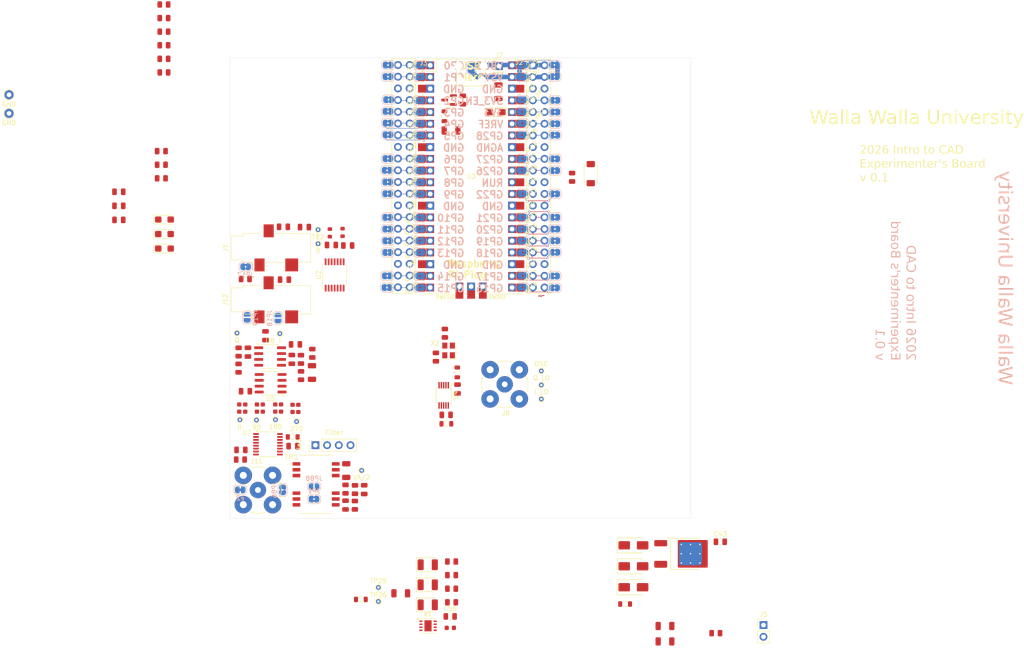
<source format=kicad_pcb>
(kicad_pcb (version 20241229) (generator "pcbnew") (generator_version "9.0")
  (layers (0 "F.Cu" signal) (4 "In1.Cu" signal) (6 "In2.Cu" signal) (2 "B.Cu" signal) (13 "F.Paste" user) (15 "B.Paste" user) (5 "F.SilkS" user "F.Silkscreen") (7 "B.SilkS" user "B.Silkscreen") (1 "F.Mask" user) (3 "B.Mask" user) (25 "Edge.Cuts" user))
  (net 0 "")
  (net 1 "GND")
  (net 2 "+3.3V")
  (net 3 "Net-(JP18-A)")
  (net 4 "Net-(C3-Pad2)")
  (net 5 "Net-(C4-Pad2)")
  (net 6 "Net-(JP86-A)")
  (net 7 "VDDA")
  (net 8 "Net-(U2-VINL)")
  (net 9 "Net-(U2-VINR)")
  (net 10 "/WS")
  (net 11 "Net-(J11-In)")
  (net 12 "Net-(JP86-B)")
  (net 13 "+4.7V")
  (net 14 "Net-(U7-1B2)")
  (net 15 "Net-(U7-1B1)")
  (net 16 "Net-(U8A--)")
  (net 17 "/I")
  (net 18 "/Q")
  (net 19 "Net-(U8B--)")
  (net 20 "Net-(Q1-D)")
  (net 21 "Net-(JP19-B)")
  (net 22 "Net-(C35-Pad1)")
  (net 23 "Net-(e1-SENSE{slash}ADJ)")
  (net 24 "Net-(Q1-G)")
  (net 25 "Net-(C42-Pad1)")
  (net 26 "Net-(U6-VOUT)")
  (net 27 "Net-(D1-Pad2)")
  (net 28 "Net-(J7-Pin_1)")
  (net 29 "Net-(J5-Pin_2)")
  (net 30 "+4.7")
  (net 31 "Net-(FB5-Pad1)")
  (net 32 "Net-(e1-EN)")
  (net 33 "Net-(J2-Pin_35)")
  (net 34 "Net-(J2-Pin_34)")
  (net 35 "Net-(JP36-B)")
  (net 36 "Net-(JP37-B)")
  (net 37 "Net-(JP38-B)")
  (net 38 "/Si5351a/CLK2")
  (net 39 "/Q_CLK")
  (net 40 "/I_CLK")
  (net 41 "Net-(J11-Ext)")
  (net 42 "Net-(JP17-B)")
  (net 43 "Net-(JP88-B)")
  (net 44 "/BCK")
  (net 45 "/DATA")
  (net 46 "Net-(JP39-B)")
  (net 47 "/SDA")
  (net 48 "/SCL")
  (net 49 "Net-(JP40-B)")
  (net 50 "Net-(JP41-B)")
  (net 51 "Net-(JP42-B)")
  (net 52 "/Raspberry_Pi_Pico/3V3_EN")
  (net 53 "/Raspberry_Pi_Pico/RST")
  (net 60 "Net-(U2-VREF)")
  (net 61 "/Raspberry_Pi_Pico/ADC_VREF")
  (net 62 "/Raspberry_Pi_Pico/GPIO28_ADC2")
  (net 63 "/Raspberry_Pi_Pico/GPIO27_ADC1")
  (net 64 "/Raspberry_Pi_Pico/GPIO26_ADC0")
  (net 65 "/Raspberry_Pi_Pico/GPIO22")
  (net 66 "/Raspberry_Pi_Pico/GPIO21")
  (net 67 "/Raspberry_Pi_Pico/GPIO20")
  (net 68 "/Raspberry_Pi_Pico/GPIO19")
  (net 69 "/Raspberry_Pi_Pico/GPIO18")
  (net 70 "/Raspberry_Pi_Pico/GPIO17")
  (net 71 "Net-(U4-VDD)")
  (net 72 "/Raspberry_Pi_Pico/GPIO7")
  (net 73 "/Raspberry_Pi_Pico/GPIO8")
  (net 74 "/Raspberry_Pi_Pico/GPIO12")
  (net 75 "/Raspberry_Pi_Pico/GPIO13")
  (net 76 "Net-(C18-Pad2)")
  (net 77 "Net-(TR1-C_RX)")
  (net 78 "Net-(C21-Pad2)")
  (net 79 "Net-(U5A-+)")
  (net 80 "Net-(U7-VCC)")
  (net 81 "Net-(U5B-+)")
  (net 82 "Net-(C33-Pad1)")
  (net 83 "Net-(C34-Pad1)")
  (net 84 "Net-(U4-VDDO)")
  (net 85 "Net-(JP43-B)")
  (net 86 "Net-(JP44-B)")
  (net 87 "Net-(J2-Pin_15)")
  (net 88 "Net-(JP45-B)")
  (net 89 "Net-(J2-Pin_11)")
  (net 90 "Net-(JP46-B)")
  (net 91 "Net-(J2-Pin_19)")
  (net 92 "Net-(J2-Pin_1)")
  (net 93 "Net-(J2-Pin_16)")
  (net 94 "Net-(J2-Pin_12)")
  (net 95 "Net-(J2-Pin_10)")
  (net 96 "Net-(J2-Pin_2)")
  (net 97 "Net-(J2-Pin_17)")
  (net 98 "Net-(JP47-B)")
  (net 99 "Net-(J2-Pin_20)")
  (net 100 "Net-(J2-Pin_14)")
  (net 101 "Net-(JP1-B)")
  (net 102 "Net-(JP48-B)")
  (net 103 "Net-(JP49-B)")
  (net 104 "Net-(J3-Pin_37)")
  (net 105 "Net-(J3-Pin_36)")
  (net 106 "Net-(J3-Pin_35)")
  (net 107 "Net-(J3-Pin_34)")
  (net 108 "Net-(J3-Pin_32)")
  (net 109 "Net-(JP51-A)")
  (net 110 "Net-(JP52-A)")
  (net 111 "Net-(JP53-A)")
  (net 112 "Net-(JP54-A)")
  (net 113 "Net-(JP55-A)")
  (net 114 "Net-(JP56-A)")
  (net 115 "Net-(JP57-A)")
  (net 116 "Net-(JP58-A)")
  (net 117 "Net-(J3-Pin_1)")
  (net 118 "Net-(J3-Pin_2)")
  (net 119 "Net-(JP59-A)")
  (net 120 "Net-(JP60-A)")
  (net 121 "Net-(JP61-A)")
  (net 122 "Net-(JP62-A)")
  (net 123 "Net-(JP63-A)")
  (net 124 "Net-(JP64-A)")
  (net 125 "Net-(JP65-A)")
  (net 126 "Net-(JP66-A)")
  (net 127 "/Raspberry_Pi_Pico/GPIO4")
  (net 128 "/Raspberry_Pi_Pico/GPIO5")
  (net 129 "Net-(J3-Pin_10)")
  (net 130 "Net-(J3-Pin_12)")
  (net 131 "Net-(J3-Pin_14)")
  (net 132 "Net-(J3-Pin_15)")
  (net 133 "Net-(J3-Pin_16)")
  (net 134 "Net-(J3-Pin_17)")
  (net 135 "Net-(J3-Pin_19)")
  (net 136 "Net-(J3-Pin_20)")
  (net 137 "/FMT")
  (net 138 "Net-(X2-OUT)")
  (net 139 "Net-(J2-Pin_37)")
  (net 140 "Net-(J2-Pin_36)")
  (net 141 "Net-(J2-Pin_32)")
  (net 142 "/LO_CLK")
  (net 143 "/OSC_SDA")
  (net 144 "/OSC_SCL")
  (net 151 "/MD1")
  (net 152 "Net-(U5A--)")
  (net 153 "Net-(U5B--)")
  (net 154 "Net-(U2-LRCK)")
  (net 155 "Net-(U2-BCK)")
  (net 156 "Net-(U2-DOUT)")
  (net 157 "Net-(U2-SCKI)")
  (net 159 "Net-(TR1-RX+)")
  (net 160 "Net-(TR1-RX-)")
  (net 162 "/Raspberry_Pi_Pico/GPIO0")
  (net 163 "/Raspberry_Pi_Pico/GPIO1")
  (net 164 "/Raspberry_Pi_Pico/GPIO2")
  (net 165 "/Raspberry_Pi_Pico/GPIO3")
  (net 166 "/Raspberry_Pi_Pico/GPIO6")
  (net 167 "/Raspberry_Pi_Pico/GPIO9")
  (footprint "PCM_JLCPCB:R_0805" (layer "F.Cu") (at 128.07 124.71 90)
    (property "Reference" "R1" (hide yes))
    (property "Value" "10kΩ")
  )
  (footprint "PCM_JLCPCB:R_0805" (layer "F.Cu") (at 102.8 98.35 90)
    (property "Reference" "R9" (hide yes))
    (property "Value" "47Ω")
  )
  (footprint "PCM_JLCPCB:R_0805" (layer "F.Cu") (at 151.49 40.14 90)
    (property "Reference" "R28" (hide yes))
    (property "Value" "100kΩ")
  )
  (footprint "PCM_JLCPCB:C_0805" (layer "F.Cu") (at 112.76 79.13 180)
    (property "Reference" "C29" (hide yes))
    (property "Value" "1uF")
  )
  (footprint "PCM_JLCPCB:SW_TS-1088-AR02016" (layer "F.Cu") (at 179.27 56.125 90)
    (property "Reference" "S1" (hide yes))
    (property "Value" "Tactile Button, 160gf")
  )
  (footprint "PCM_JLCPCB:TO-252-2_L6.5-W6.1-P4.58-LS10.0-TL" (layer "F.Cu") (at 197.935 138.65)
    (property "Reference" "U6" (hide yes))
    (property "Value" "L78M05ABDT-TR")
  )
  (footprint "PCM_JLCPCB:R_0805" (layer "F.Cu") (at 149.05 146.24)
    (property "Reference" "R7" (hide yes))
    (property "Value" "1Ω")
  )
  (footprint "PCM_JLCPCB:C_0603" (layer "F.Cu") (at 112.03 107.015 90)
    (property "Reference" "C22" (hide yes))
    (property "Value" "330pF")
  )
  (footprint "TestPoint:TestPoint_THTPad_D1.0mm_Drill0.5mm" (layer "F.Cu") (at 120.06 68.29)
    (property "Reference" "TP1")
    (property "Value" "L")
  )
  (footprint "Connector_Coaxial:BNC_TEConnectivity_1478204_Vertical" (layer "F.Cu") (at 107.005 124.815)
    (property "Reference" "J11")
    (property "Value" "SDR ANT")
  )
  (footprint "TestPoint:TestPoint_THTPad_D2.0mm_Drill1.0mm" (layer "F.Cu") (at 52.96 39)
    (property "Reference" "TP10")
    (property "Value" "GND")
  )
  (footprint "PCM_JLCPCB:R_0805" (layer "F.Cu") (at 86.03 51.24)
    (property "Reference" "R16" (hide yes))
    (property "Value" "33Ω")
  )
  (footprint "PCM_JLCPCB:R_0805" (layer "F.Cu") (at 145.64 95.95 90)
    (property "Reference" "R22" (hide yes))
    (property "Value" "33Ω")
  )
  (footprint "PCM_JLCPCB:C_1206" (layer "F.Cu") (at 195.38 157.69)
    (property "Reference" "C42" (hide yes))
    (property "Value" "10uF")
  )
  (footprint "TestPoint:TestPoint_THTPad_D1.0mm_Drill0.5mm" (layer "F.Cu") (at 103.1 109.56)
    (property "Reference" "TP14")
    (property "Value" "0")
  )
  (footprint "Connector_PinHeader_2.54mm:PinHeader_1x04_P2.54mm_Vertical" (layer "F.Cu") (at 119.48 115.08 90)
    (property "Reference" "Je3")
    (property "Value" "Filter")
  )
  (footprint "PCM_JLCPCB:C_0805" (layer "F.Cu") (at 150.34 102.88 90)
    (property "Reference" "C15" (hide yes))
    (property "Value" "100nF")
  )
  (footprint "PCM_JLCPCB:C_0805" (layer "F.Cu") (at 147.87 108.5 180)
    (property "Reference" "C38" (hide yes))
    (property "Value" "100nF")
  )
  (footprint "PCM_JLCPCB:C_0603" (layer "F.Cu") (at 104.25 107.025 90)
    (property "Reference" "C16" (hide yes))
    (property "Value" "330pF")
  )
  (footprint "PCM_JLCPCB:C_0603" (layer "F.Cu") (at 110.77 107.015 90)
    (property "Reference" "C26" (hide yes))
    (property "Value" "330pF")
  )
  (footprint "Connector_PinHeader_2.54mm:PinHeader_1x02_P2.54mm_Vertical" (layer "F.Cu") (at 216.765 154.145)
    (property "Reference" "J5")
    (property "Value" "Conn_01x02")
  )
  (footprint "PCM_JLCPCB:R_0805" (layer "F.Cu") (at 147.59 90.77 90)
    (property "Reference" "R19" (hide yes))
    (property "Value" "33Ω")
  )
  (footprint "PCM_JLCPCB:R_0805" (layer "F.Cu") (at 116.34 96.45 90)
    (property "Reference" "R12" (hide yes))
    (property "Value" "10kΩ")
  )
  (footprint "PCM_JLCPCB:C_0805" (layer "F.Cu") (at 126.02 128.08 90)
    (property "Reference" "C20" (hide yes))
    (property "Value" "100nF")
  )
  (footprint "TestPoint:TestPoint_THTPad_D1.0mm_Drill0.5mm" (layer "F.Cu") (at 133.15 145.97)
    (property "Reference" "TP25")
    (property "Value" "+5")
  )
  (footprint "PCM_JLCPCB:R_0805" (layer "F.Cu") (at 104.26 79.01 180)
    (property "Reference" "R14" (hide yes))
    (property "Value" "100Ω")
  )
  (footprint "PCM_JLCPCB:C_1206" (layer "F.Cu") (at 126.18 120.59 90)
    (property "Reference" "C34" (hide yes))
    (property "Value" "10uF")
  )
  (footprint "TestPoint:TestPoint_THTPad_D2.0mm_Drill1.0mm" (layer "F.Cu") (at 52.96 43.05)
    (property "Reference" "TP12")
    (property "Value" "GND")
  )
  (footprint "PCM_JLCPCB:D_SMA" (layer "F.Cu") (at 188.53 136.82)
    (property "Reference" "D1" (hide yes))
    (property "Value" "SS14")
  )
  (footprint "Package_SO:SSOP-16_3.9x4.9mm_P0.635mm" (layer "F.Cu") (at 109.18 114.8825)
    (property "Reference" "U7")
    (property "Value" "SN74CBT3253")
  )
  (footprint "PCM_JLCPCB:R_0805" (layer "F.Cu") (at 103.2 118.2 180)
    (property "Reference" "R30" (hide yes))
    (property "Value" "100Ω")
  )
  (footprint "PCM_JLCPCB:C_1206" (layer "F.Cu") (at 148.92 46.76)
    (property "Reference" "C5" (hide yes))
    (property "Value" "10uF")
  )
  (footprint "Capacitor_SMD:C_0805_2012Metric" (layer "F.Cu") (at 207.39 136.05)
    (property "Reference" "C43")
    (property "Value" "0.1u")
  )
  (footprint "Intro_to_CAD:PinSocket_2x20_P2.54mm_Vertical_Counterclockwise_pins21-40" (layer "F.Cu") (at 140.78 32.54)
    (property "Reference" "J3")
    (property "Value" "Conn_02x20_Counter_Clockwise")
  )
  (footprint "PCM_JLCPCB:R_0805" (layer "F.Cu") (at 126.02 124.62 90)
    (property "Reference" "R10" (hide yes))
    (property "Value" "1Ω")
  )
  (footprint "PCM_JLCPCB:C_0805" (layer "F.Cu") (at 103.31 116.1)
    (property "Reference" "C1" (hide yes))
    (property "Value" "100nF")
  )
  (footprint "PCM_JLCPCB:C_0805" (layer "F.Cu") (at 76.81 63.11)
    (property "Reference" "C11" (hide yes))
    (property "Value" "100nF")
  )
  (footprint "PCM_JLCPCB:D_SMA" (layer "F.Cu") (at 188.53 145.92)
    (property "Reference" "D3" (hide yes))
    (property "Value" "SS14")
  )
  (footprint "PCM_JLCPCB:C_0603" (layer "F.Cu") (at 106.79 107.025 90)
    (property "Reference" "C19" (hide yes))
    (property "Value" "330pF")
  )
  (footprint "TestPoint:TestPoint_THTPad_D1.0mm_Drill0.5mm" (layer "F.Cu") (at 102.46 90.74)
    (property "Reference" "TP18")
    (property "Value" "Q")
  )
  (footprint "PCM_JLCPCB:R_0805" (layer "F.Cu") (at 206.42 155.89)
    (property "Reference" "R21" (hide yes))
    (property "Value" "1Ω")
  )
  (footprint "PCM_JLCPCB:C_0603" (layer "F.Cu") (at 148.77 154.74)
    (property "Reference" "C40" (hide yes))
    (property "Value" "4.7pF")
  )
  (footprint "PCM_JLCPCB:C_0805" (layer "F.Cu") (at 114.36 96.45 90)
    (property "Reference" "C18" (hide yes))
    (property "Value" "100pF")
  )
  (footprint "PCM_JLCPCB:C_0805" (layer "F.Cu") (at 112.54 67.67 180)
    (property "Reference" "C4" (hide yes))
    (property "Value" "1uF")
  )
  (footprint "PCM_JLCPCB:C_CASE-B-3528-21(mm)" (layer "F.Cu") (at 143.87 149.74)
    (property "Reference" "C37" (hide yes))
    (property "Value" "100uF")
  )
  (footprint "PCM_JLCPCB:C_0603" (layer "F.Cu") (at 114.52 107.085 90)
    (property "Reference" "C27" (hide yes))
    (property "Value" "330pF")
  )
  (footprint "PCM_JLCPCB:C_1206" (layer "F.Cu") (at 138.01 147.24)
    (property "Reference" "C35" (hide yes))
    (property "Value" "10uF")
  )
  (footprint "PCM_JLCPCB:R_0805" (layer "F.Cu") (at 86.6 25.3)
    (property "Reference" "R24" (hide yes))
    (property "Value" "100Ω")
  )
  (footprint "PCM_JLCPCB:C_0805" (layer "F.Cu") (at 114.61 115.28 180)
    (property "Reference" "C23" (hide yes))
    (property "Value" "100nF")
  )
  (footprint "PCM_JLCPCB:Q_SOT-23" (layer "F.Cu") (at 148.5 40.14 180)
    (property "Reference" "Q1" (hide yes))
    (property "Value" "AO3401A")
  )
  (footprint "PCM_JLCPCB:R_0805" (layer "F.Cu") (at 86.03 54.19)
    (property "Reference" "R17" (hide yes))
    (property "Value" "33Ω")
  )
  (footprint "PCM_JLCPCB:R_0805" (layer "F.Cu") (at 149.05 149.19)
    (property "Reference" "R20" (hide yes))
    (property "Value" "1Ω")
  )
  (footprint "PCM_JLCPCB:R_0805" (layer "F.Cu") (at 86.6 28.25)
    (property "Reference" "R25" (hide yes))
    (property "Value" "100Ω")
  )
  (footprint "PCM_JLCPCB:C_CASE-B-3528-21(mm)" (layer "F.Cu") (at 143.87 145.39)
    (property "Reference" "C36" (hide yes))
    (property "Value" "100uF")
  )
  (footprint "PCM_JLCPCB:C_0805" (layer "F.Cu") (at 108.64 91.32 90)
    (property "Reference" "C21" (hide yes))
    (property "Value" "1uF")
  )
  (footprint "Package_SO:MSOP-10_3x3mm_P0.5mm" (layer "F.Cu") (at 147.33 104.26 -90)
    (property "Reference" "U4")
    (property "Value" "MS5351M")
  )
  (footprint "PCM_JLCPCB:C_0805" (layer "F.Cu") (at 122.95 71.62)
    (property "Reference" "C7" (hide yes))
    (property "Value" "2.2nF")
  )
  (footprint "PCM_JLCPCB:R_0805" (layer "F.Cu") (at 86.6 31.2)
    (property "Reference" "R26" (hide yes))
    (property "Value" "100Ω")
  )
  (footprint "TestPoint:TestPoint_THTPad_D1.0mm_Drill0.5mm" (layer "F.Cu") (at 120.06 71.34)
    (property "Reference" "TP2")
    (property "Value" "R")
  )
  (footprint "PCM_JLCPCB:R_0805" (layer "F.Cu") (at 86.6 22.35)
    (property "Reference" "R23" (hide yes))
    (property "Value" "4.7kΩ")
  )
  (footprint "PCM_JLCPCB:C_1206" (layer "F.Cu") (at 195.38 154.34)
    (property "Reference" "C41" (hide yes))
    (property "Value" "10uF")
  )
  (footprint "PCM_JLCPCB:C_1206" (layer "F.Cu") (at 118.74 99.3 -90)
    (property "Reference" "C33" (hide yes))
    (property "Value" "10uF")
  )
  (footprint "MCU_RaspberryPi_and_Boards:RPi_Pico_SMD_TH" (layer "F.Cu") (at 153.29 56.73)
    (property "Reference" "U3")
    (property "Value" "Pico")
  )
  (footprint "PCM_JLCPCB:C_CASE-B-3528-21(mm)" (layer "F.Cu") (at 143.87 141.04)
    (property "Reference" "C17" (hide yes))
    (property "Value" "100uF")
  )
  (footprint "PCM_JLCPCB:R_0805" (layer "F.Cu") (at 116.36 99.96 90)
    (property "Reference" "R8" (hide yes))
    (property "Value" "47Ω")
  )
  (footprint "PCM_JLCPCB:C_0805" (layer "F.Cu") (at 115.15 93.2 180)
    (property "Reference" "C30" (hide yes))
    (property "Value" "100nF")
  )
  (footprint "PCM_JLCPCB:R_0603" (layer "F.Cu") (at 125.38 68.89 -90)
    (property "Reference" "R2" (hide yes))
    (property "Value" "430Ω")
  )
  (footprint "PCM_JLCPCB:C_CASE-A-3216-18(mm)" (layer "F.Cu") (at 86.71 69.24)
    (property "Reference" "C9" (hide yes))
    (property "Value" "10uF")
  )
  (footprint "TestPoint:TestPoint_THTPad_D1.0mm_Drill0.5mm" (layer "F.Cu") (at 106.69 109.625)
    (property "Reference" "TP16")
    (property "Value" "90")
  )
  (footprint "TestPoint:TestPoint_THTPad_D1.0mm_Drill0.5mm" (layer "F.Cu") (at 168.53 102.01 180)
    (property "Reference" "TP4")
    (property "Value" "Q LO")
  )
  (footprint "Package_SO:TSSOP-14_4.4x5mm_P0.65mm" (layer "F.Cu") (at 123.65 78.1225 90)
    (property "Reference" "U2")
    (property "Value" "PCM1808PWR")
  )
  (footprint "PCM_JLCPCB:R_0805" (layer "F.Cu") (at 86.6 19.4)
    (property "Reference" "R15" (hide yes))
    (property "Value" "4.7kΩ")
  )
  (footprint "TestPoint:TestPoint_THTPad_D1.0mm_Drill0.5mm" (layer "F.Cu") (at 129.52 120.56)
    (property "Reference" "TP11")
    (property "Value" "VA/2")
  )
  (footprint "PCM_JLCPCB:R_0805" (layer "F.Cu") (at 86.6 34.15)
    (property "Reference" "R27" (hide yes))
    (property "Value" "100Ω")
  )
  (footprint "PCM_JLCPCB:C_1206" (layer "F.Cu") (at 159.22 38.34 -90)
    (property "Reference" "C2" (hide yes))
    (property "Value" "10uF")
  )
  (footprint "PCM_JLCPCB:C_0805" (layer "F.Cu") (at 104.29 103.37)
    (property "Reference" "C31" (hide yes))
    (property "Value" "100nF")
  )
  (footprint "PCM_JLCPCB:FB_0805" (layer "F.Cu") (at 129.35 148.57)
    (property "Reference" "FB5" (hide yes))
    (property "Value" "~")
  )
  (footprint "TestPoint:TestPoint_THTPad_D1.0mm_Drill0.5mm" (layer "F.Cu") (at 168.53 105.06 180)
    (property "Reference" "TP3")
    (property "Value" "I LO")
  )
  (footprint "PCM_JLCPCB:R_0805" (layer "F.Cu") (at 149.05 143.29)
    (property "Reference" "R6" (hide yes))
    (property "Value" "12kΩ")
  )
  (footprint "PCM_JLCPCB:FB_0805" (layer "F.Cu") (at 150.28 99.28 90)
    (property "Reference" "FB4" (hide yes))
    (property "Value" "~")
  )
  (footprint "PCM_JLCPCB:C_CASE-A-3216-18(mm)" (layer "F.Cu") (at 86.71 72.39)
    (property "Reference" "C44" (hide yes))
    (property "Value" "10uF")
  )
  (footprint "PCM_JLCPCB:C_0603" (layer "F.Cu") (at 108.05 107.025 90)
    (property "Reference" "C25" (hide yes))
    (property "Value" "330pF")
  )
  (footprint "TestPoint:TestPoint_THTPad_D1.0mm_Drill0.5mm" (layer "F.Cu") (at 168.53 98.96 180)
    (property "Reference" "TP5")
    (property "Value" "OSC")
  )
  (footprint "PCM_JLCPCB:C_0603" (layer "F.Cu") (at 102.95 107.025 90)
    (property "Reference" "C14" (hide yes))
    (property "Value" "330pF")
  )
  (footprint "PCM_JLCPCB:R_0805" (layer "F.Cu") (at 149.05 140.34)
    (property "Reference" "R5" (hide yes))
    (property "Value" "33kΩ")
  )
  (footprint "Package_DFN_QFN:DFN-8-1EP_3x3mm_P0.65mm_EP1.55x2.4mm" (layer "F.Cu") (at 143.935 154.295)
    (property "Reference" "e1")
    (property "Value" "SGM2205-ADJXTDB8G/TR")
  )
  (footprint "PCM_JLCPCB:R_0805" (layer "F.Cu") (at 175.21 56.915 90)
    (property "Reference" "R29" (hide yes))
    (property "Value" "20kΩ")
  )
  (footprint "PCM_JLCPCB:R_0805" (layer "F.Cu") (at 86.03 57.14)
    (property "Reference" "R18" (hide yes))
    (property "Value" "33Ω")
  )
  (footprint "PCM_JLCPCB:C_0805" (layer "F.Cu") (at 130.08 124.73 -90)
    (property "Reference" "C32" (hide yes))
    (property "Value" "100nF")
  )
  (footprint "PCM_JLCPCB:C_0805" (layer "F.Cu") (at 126.5 71.73)
    (property "Reference" "C6" (hide yes))
    (property "Value" "2.2nF")
  )
  (footprint "PCM_JLCPCB:R_0805" (layer "F.Cu") (at 128.05 128.11 90)
    (property "Reference" "R4" (hide yes))
    (property "Value" "10kΩ")
  )
  (footprint "PCM_JLCPCB:FB_0805" (layer "F.Cu") (at 186.72 149.57)
    (property "Reference" "FB2" (hide yes))
    (property "Value" "~")
  )
  (footprint "Intro_to_CAD:XFMR_H1102NLT" (layer "F.Cu") (at 119.633 123.59)
    (property "Reference" "TR1")
    (property "Value" "H1102NLT")
  )
  (footprint "Capacitor_SMD:C_0805_2012Metric" (layer "F.Cu") (at 148.75 152.26)
    (property "Reference" "C55")
    (property "Value" "0.1u")
  )
  (footprint "Connector_PinHeader_2.54mm:PinHeader_1x01_P2.54mm_Vertical" (layer "F.Cu") (at 159.34 32.79)
    (property "Reference" "J7")
    (property "Value" "Conn_01x01_Pin")
  )
  (footprint "PCM_JLCPCB:R_0805" (layer "F.Cu") (at 102.81 94.85 90)
    (property "Reference" "R13" (hide yes))
    (property "Value" "10kΩ")
  )
  (footprint "TestPoint:TestPoint_THTPad_D1.0mm_Drill0.5mm" (layer "F.Cu") (at 111.76 90.86)
    (property "Reference" "TP17")
    (property "Value" "I")
  )
  (footprint "PCM_JLCPCB:FB_0805" (layer "F.Cu") (at 147.92 110.44 180)
    (property "Reference" "FB1" (hide yes))
    (property "Value" "~")
  )
  (footprint "Connector_Coaxial:BNC_TEConnectivity_1478204_Vertical" (layer "F.Cu") (at 160.585 101.865 180)
    (property "Reference" "J8")
    (property "Value" "BNC")
  )
  (footprint "PCM_JLCPCB:C_0805" (layer "F.Cu") (at 76.81 66.16)
    (property "Reference" "C13" (hide yes))
    (property "Value" "100nF")
  )
  (footprint "PCM_JLCPCB:R_0805" (layer "F.Cu") (at 118.81 95.13 -90)
    (property "Reference" "R11" (hide yes))
    (property "Value" "1Ω")
  )
  (footprint "Oscillator:Oscillator_SMD_Abracon_ASE-4Pin_3.2x2.5mm" (layer "F.Cu") (at 148.395 94.51 90)
    (property "Reference" "X2")
    (property "Value" "YC24.576MUBCE2O")
  )
  (footprint "PCM_JLCPCB:D_SMA" (layer "F.Cu") (at 188.53 141.37)
    (property "Reference" "D2" (hide yes))
    (property "Value" "SS14")
  )
  (footprint "TestPoint:TestPoint_THTPad_D1.0mm_Drill0.5mm" (layer "F.Cu") (at 115.4 109.95)
    (property "Reference" "TP7")
    (property "Value" "270")
  )
  (footprint "PCM_JLCPCB:C_0805" (layer "F.Cu") (at 117.1 67.73 180)
    (property "Reference" "C3" (hide yes))
    (property "Value" "1uF")
  )
  (footprint "PCM_JLCPCB:C_0603" (layer "F.Cu") (at 115.77 107.095 90)
    (property "Reference" "C24" (hide yes))
    (property "Value" "330pF")
  )
  (footprint "PCM_JLCPCB:C_CASE-A-3216-18(mm)" (layer "F.Cu") (at 158.73 42.78 180)
    (property "Reference" "C39" (hide yes))
    (property "Value" "10uF")
  )
  (footprint "TestPoint:TestPoint_THTPad_D1.0mm_Drill0.5mm" (layer "F.Cu") (at 110.82 109.535)
    (property "Reference" "TP6")
    (property "Value" "180")
  )
  (footprint "TestPoint:TestPoint_THTPad_D1.0mm_Drill0.5mm" (layer "F.Cu") (at 133.15 149.02)
    (property "Reference" "TP26")
    (property "Value" "VDDA")
  )
  (footprint "Intro_to_CAD:Jack_3.5mm_CUI_SJ-3523-SMT_Horizontal" (layer "F.Cu") (at 109.84 72.24 90)
    (property "Reference" "J1")
    (property "Value" "ADC IN")
  )
  (footprint "PCM_JLCPCB:C_CASE-A-3216-18(mm)" (layer "F.Cu") (at 86.71 66.09)
    (property "Reference" "C8" (hide yes))
    (property "Value" "10uF")
  )
  (footprint "PCM_JLCPCB:FB_0805" (layer "F.Cu") (at 147.47 43.66 -90)
    (property "Reference" "FB6" (hide yes))
    (property "Value" "~")
  )
  (footprint "Package_SO:SOIC-8_3.9x4.9mm_P1.27mm" (layer "F.Cu") (at 109.755 101.635 180)
    (property "Reference" "U5")
    (property "Value" "OPA1612AxD")
  )
  (footprint "PCM_JLCPCB:C_0805" (layer "F.Cu") (at 76.81 60.06)
    (property "Reference" "C10" (hide yes))
    (property "Value" "100nF")
  )
  (footprint "Package_SO:SOIC-8_3.9x4.9mm_P1.27mm" (layer "F.Cu") (at 109.645 95.825)
    (property "Reference" "U8")
    (property "Value" "OPA1612AxD")
  )
  (footprint "PCM_JLCPCB:R_0603" (layer "F.Cu") (at 122.61 68.98 -90)
    (property "Reference" "R3" (hide yes))
    (property "Value" "430Ω")
  )
  (footprint "Intro_to_CAD:PinSocket_2x20_P2.54mm_Vertical_pins1-20" (layer "F.Cu") (at 170.07 32.59)
    (property "Reference" "J2")
    (property "Value" "Conn_02x20_Counter_Clockwise")
  )
  (footprint "PCM_JLCPCB:C_0805" (layer "F.Cu") (at 104.83 94.88 90)
    (property "Reference" "C28" (hide yes))
    (property "Value" "100pF")
  )
  (footprint "PCM_JLCPCB:FB_0805" (layer "F.Cu") (at 114.55 113.29)
    (property "Reference" "FB3" (hide yes))
    (property "Value" "~")
  )
  (footprint "Intro_to_CAD:Jack_3.5mm_CUI_SJ-3523-SMT_Horizontal" (layer "F.Cu") (at 109.83 83.52 90)
    (property "Reference" "J12")
    (property "Value" "SDR Out")
  )
  (footprint "Jumper:SolderJumper-2_P1.3mm_Bridged2Bar_RoundedPad1.0x1.5mm" (layer "B.Cu") (at 164.47 68.16 180)
    (property "Reference" "JP45" (hide yes))
    (property "Value" "Jumper_2_Bridged")
  )
  (footprint "Jumper:SolderJumper-2_P1.3mm_Bridged2Bar_RoundedPad1.0x1.5mm" (layer "B.Cu") (at 171.41 78.36 180)
    (property "Reference" "JP33" (hide yes))
    (property "Value" "Jumper_2_Bridged")
  )
  (footprint "Jumper:SolderJumper-2_P1.3mm_Bridged2Bar_RoundedPad1.0x1.5mm" (layer "B.Cu") (at 142.14 47.79 180)
    (property "Reference" "JP56" (hide yes))
    (property "Value" "Jumper_2_Bridged")
  )
  (footprint "Jumper:SolderJumper-2_P1.3mm_Bridged2Bar_RoundedPad1.0x1.5mm" (layer "B.Cu") (at 135.17 65.62 180)
    (property "Reference" "JP78" (hide yes))
    (property "Value" "Jumper_2_Bridged")
  )
  (footprint "Jumper:SolderJumper-2_P1.3mm_Bridged2Bar_RoundedPad1.0x1.5mm" (layer "B.Cu") (at 119.18 126.79 180)
    (property "Reference" "JP1")
    (property "Value" "Jumper_2_Bridged")
  )
  (footprint "Jumper:SolderJumper-2_P1.3mm_Bridged2Bar_RoundedPad1.0x1.5mm" (layer "B.Cu") (at 142.16 55.46 180)
    (property "Reference" "JP58" (hide yes))
    (property "Value" "Jumper_2_Bridged")
  )
  (footprint "Jumper:SolderJumper-2_P1.3mm_Bridged2Bar_RoundedPad1.0x1.5mm" (layer "B.Cu") (at 135.17 60.48 180)
    (property "Reference" "JP77" (hide yes))
    (property "Value" "Jumper_2_Bridged")
  )
  (footprint "Jumper:SolderJumper-2_P1.3mm_Bridged2Bar_RoundedPad1.0x1.5mm" (layer "B.Cu") (at 135.21 52.86 180)
    (property "Reference" "JP74" (hide yes))
    (property "Value" "Jumper_2_Bridged")
  )
  (footprint "Jumper:SolderJumper-2_P1.3mm_Bridged2Bar_RoundedPad1.0x1.5mm" (layer "B.Cu") (at 171.46 47.785 180)
    (property "Reference" "JP25" (hide yes))
    (property "Value" "Jumper_2_Bridged")
  )
  (footprint "Jumper:SolderJumper-2_P1.3mm_Open_RoundedPad1.0x1.5mm" (layer "B.Cu") (at 153.28 33.19 -90)
    (property "Reference" "JP50" (hide yes))
    (property "Value" "USB Only" (hide yes))
  )
  (footprint "Jumper:SolderJumper-2_P1.3mm_Bridged2Bar_RoundedPad1.0x1.5mm" (layer "B.Cu") (at 142.16 80.86 180)
    (property "Reference" "JP66" (hide yes))
    (property "Value" "Jumper_2_Bridged")
  )
  (footprint "Jumper:SolderJumper-2_P1.3mm_Bridged2Bar_RoundedPad1.0x1.5mm" (layer "B.Cu") (at 135.17 68.16 180)
    (property "Reference" "JP79" (hide yes))
    (property "Value" "Jumper_2_Bridged")
  )
  (footprint "Jumper:SolderJumper-2_P1.3mm_Bridged2Bar_RoundedPad1.0x1.5mm" (layer "B.Cu") (at 112.36 124.78 -90)
    (property "Reference" "JP86")
    (property "Value" "Jumper_2_Bridged")
  )
  (footprint "Jumper:SolderJumper-2_P1.3mm_Bridged2Bar_RoundedPad1.0x1.5mm" (layer "B.Cu") (at 135.235 42.61 180)
    (property "Reference" "JP71" (hide yes))
    (property "Value" "Jumper_2_Bridged")
  )
  (footprint "Jumper:SolderJumper-2_P1.3mm_Bridged2Bar_RoundedPad1.0x1.5mm" (layer "B.Cu") (at 135.18 57.94 180)
    (property "Reference" "JP76" (hide yes))
    (property "Value" "Jumper_2_Bridged")
  )
  (footprint "Jumper:SolderJumper-2_P1.3mm_Bridged2Bar_RoundedPad1.0x1.5mm" (layer "B.Cu") (at 171.485 70.685 180)
    (property "Reference" "JP31" (hide yes))
    (property "Value" "Jumper_2_Bridged")
  )
  (footprint "Jumper:SolderJumper-2_P1.3mm_Bridged2Bar_RoundedPad1.0x1.5mm" (layer "B.Cu") (at 135.01 80.86 180)
    (property "Reference" "JP83" (hide yes))
    (property "Value" "Jumper_2_Bridged")
  )
  (footprint "Jumper:SolderJumper-2_P1.3mm_Bridged2Bar_RoundedPad1.0x1.5mm" (layer "B.Cu") (at 164.47 65.61 180)
    (property "Reference" "JP44" (hide yes))
    (property "Value" "Jumper_2_Bridged")
  )
  (footprint "Jumper:SolderJumper-2_P1.3mm_Bridged2Bar_RoundedPad1.0x1.5mm" (layer "B.Cu") (at 171.435 55.46 180)
    (property "Reference" "JP27" (hide yes))
    (property "Value" "Jumper_2_Bridged")
  )
  (footprint "Jumper:SolderJumper-2_P1.3mm_Bridged2Bar_RoundedPad1.0x1.5mm" (layer "B.Cu") (at 135.36 40.06 180)
    (property "Reference" "JP70" (hide yes))
    (property "Value" "Jumper_2_Bridged")
  )
  (footprint "Jumper:SolderJumper-2_P1.3mm_Bridged2Bar_RoundedPad1.0x1.5mm" (layer "B.Cu") (at 142.16 52.92 180)
    (property "Reference" "JP57" (hide yes))
    (property "Value" "Jumper_2_Bridged")
  )
  (footprint "Jumper:SolderJumper-2_P1.3mm_Open_RoundedPad1.0x1.5mm" (layer "B.Cu") (at 111.36 87.48 -90)
    (property "Reference" "JP18")
    (property "Value" "GND_LP_SND")
  )
  (footprint "Jumper:SolderJumper-2_P1.3mm_Bridged2Bar_RoundedPad1.0x1.5mm" (layer "B.Cu") (at 142.16 70.7 180)
    (property "Reference" "JP63" (hide yes))
    (property "Value" "Jumper_2_Bridged")
  )
  (footprint "Jumper:SolderJumper-2_P1.3mm_Bridged2Bar_RoundedPad1.0x1.5mm" (layer "B.Cu") (at 135.235 47.685 180)
    (property "Reference" "JP73" (hide yes))
    (property "Value" "Jumper_2_Bridged")
  )
  (footprint "Jumper:SolderJumper-2_P1.3mm_Bridged2Bar_RoundedPad1.0x1.5mm" (layer "B.Cu") (at 142.15 45.25 180)
    (property "Reference" "JP55" (hide yes))
    (property "Value" "Jumper_2_Bridged")
  )
  (footprint "Jumper:SolderJumper-2_P1.3mm_Bridged2Bar_RoundedPad1.0x1.5mm" (layer "B.Cu") (at 164.47 52.93 180)
    (property "Reference" "JP41" (hide yes))
    (property "Value" "Jumper_2_Bridged")
  )
  (footprint "Jumper:SolderJumper-2_P1.3mm_Bridged_RoundedPad1.0x1.5mm" (layer "B.Cu") (at 103.16 124.78)
    (property "Reference" "e2")
    (property "Value" "Groundloop_Insurance")
  )
  (footprint "Jumper:SolderJumper-2_P1.3mm_Bridged2Bar_RoundedPad1.0x1.5mm" (layer "B.Cu") (at 135.17 70.7 180)
    (property "Reference" "JP80" (hide yes))
    (property "Value" "Jumper_2_Bridged")
  )
  (footprint "Jumper:SolderJumper-2_P1.3mm_Bridged2Bar_RoundedPad1.0x1.5mm" (layer "B.Cu") (at 164.47 60.51 180)
    (property "Reference" "JP43" (hide yes))
    (property "Value" "Jumper_2_Bridged")
  )
  (footprint "Jumper:SolderJumper-2_P1.3mm_Bridged2Bar_RoundedPad1.0x1.5mm" (layer "B.Cu") (at 164.39 45.22 180)
    (property "Reference" "JP39" (hide yes))
    (property "Value" "Jumper_2_Bridged")
  )
  (footprint "Jumper:SolderJumper-2_P1.3mm_Bridged2Bar_RoundedPad1.0x1.5mm" (layer "B.Cu") (at 171.435 52.91 180)
    (property "Reference" "JP26" (hide yes))
    (property "Value" "Jumper_2_Bridged")
  )
  (footprint "Jumper:SolderJumper-2_P1.3mm_Bridged2Bar_RoundedPad1.0x1.5mm" (layer "B.Cu") (at 135.26 32.56 180)
    (property "Reference" "JP67" (hide yes))
    (property "Value" "Jumper_2_Bridged")
  )
  (footprint "Jumper:SolderJumper-2_P1.3mm_Bridged2Bar_RoundedPad1.0x1.5mm" (layer "B.Cu") (at 171.46 65.61 180)
    (property "Reference" "JP29" (hide yes))
    (property "Value" "Jumper_2_Bridged")
  )
  (footprint "Jumper:SolderJumper-2_P1.3mm_Bridged2Bar_RoundedPad1.0x1.5mm" (layer "B.Cu") (at 171.41 80.91 180)
    (property "Reference" "JP34" (hide yes))
    (property "Value" "Jumper_2_Bridged")
  )
  (footprint "Jumper:SolderJumper-2_P1.3mm_Bridged2Bar_RoundedPad1.0x1.5mm" (layer "B.Cu") (at 164.44 80.82 180)
    (property "Reference" "JP49" (hide yes))
    (property "Value" "Jumper_2_Bridged")
  )
  (footprint "Jumper:SolderJumper-2_P1.3mm_Bridged2Bar_RoundedPad1.0x1.5mm" (layer "B.Cu") (at 164.37 35.14 180)
    (property "Reference" "JP36" (hide yes))
    (property "Value" "Jumper_2_Bridged")
  )
  (footprint "Jumper:SolderJumper-2_P1.3mm_Bridged2Bar_RoundedPad1.0x1.5mm" (layer "B.Cu") (at 164.35 47.76 180)
    (property "Reference" "JP40" (hide yes))
    (property "Value" "Jumper_2_Bridged")
  )
  (footprint "Jumper:SolderJumper-2_P1.3mm_Bridged2Bar_RoundedPad1.0x1.5mm" (layer "B.Cu") (at 142.16 78.32 180)
    (property "Reference" "JP65" (hide yes))
    (property "Value" "Jumper_2_Bridged")
  )
  (footprint "Jumper:SolderJumper-2_P1.3mm_Bridged2Bar_RoundedPad1.0x1.5mm" (layer "B.Cu") (at 171.435 60.51 180)
    (property "Reference" "JP28" (hide yes))
    (property "Value" "Jumper_2_Bridged")
  )
  (footprint "Jumper:SolderJumper-2_P1.3mm_Bridged2Bar_RoundedPad1.0x1.5mm" (layer "B.Cu") (at 135.235 35.06 180)
    (property "Reference" "JP68" (hide yes))
    (property "Value" "Jumper_2_Bridged")
  )
  (footprint "Jumper:SolderJumper-2_P1.3mm_Bridged2Bar_RoundedPad1.0x1.5mm" (layer "B.Cu") (at 171.485 73.21 180)
    (property "Reference" "JP32" (hide yes))
    (property "Value" "Jumper_2_Bridged")
  )
  (footprint "Jumper:SolderJumper-2_P1.3mm_Bridged2Bar_RoundedPad1.0x1.5mm" (layer "B.Cu") (at 171.485 68.16 180)
    (property "Reference" "JP30" (hide yes))
    (property "Value" "Jumper_2_Bridged")
  )
  (footprint "Jumper:SolderJumper-2_P1.3mm_Bridged2Bar_RoundedPad1.0x1.5mm" (layer "B.Cu") (at 164.34 55.46 180)
    (property "Reference" "JP42" (hide yes))
    (property "Value" "Jumper_2_Bridged")
  )
  (footprint "Jumper:SolderJumper-2_P1.3mm_Bridged2Bar_RoundedPad1.0x1.5mm" (layer "B.Cu") (at 142.13 42.75 180)
    (property "Reference" "JP54" (hide yes))
    (property "Value" "Jumper_2_Bridged")
  )
  (footprint "Jumper:SolderJumper-2_P1.3mm_Bridged2Bar_RoundedPad1.0x1.5mm" (layer "B.Cu") (at 142.19 32.59 180)
    (property "Reference" "JP51" (hide yes))
    (property "Value" "Jumper_2_Bridged")
  )
  (footprint "Jumper:SolderJumper-2_P1.3mm_Bridged2Bar_RoundedPad1.0x1.5mm" (layer "B.Cu") (at 142.16 68.16 180)
    (property "Reference" "JP62" (hide yes))
    (property "Value" "Jumper_2_Bridged")
  )
  (footprint "Jumper:SolderJumper-2_P1.3mm_Bridged2Bar_RoundedPad1.0x1.5mm" (layer "B.Cu") (at 142.13 40.25 180)
    (property "Reference" "JP53" (hide yes))
    (property "Value" "Jumper_2_Bridged")
  )
  (footprint "Jumper:SolderJumper-2_P1.3mm_Bridged2Bar_RoundedPad1.0x1.5mm" (layer "B.Cu") (at 142.16 60.54 180)
    (property "Reference" "JP60" (hide yes))
    (property "Value" "Jumper_2_Bridged")
  )
  (footprint "Jumper:SolderJumper-2_P1.3mm_Bridged2Bar_RoundedPad1.0x1.5mm" (layer "B.Cu") (at 164.53 73.25 180)
    (property "Reference" "JP47" (hide yes))
    (property "Value" "Jumper_2_Bridged")
  )
  (footprint "Jumper:SolderJumper-2_P1.3mm_Bridged2Bar_RoundedPad1.0x1.5mm" (layer "B.Cu") (at 135.235 45.16 180)
    (property "Reference" "JP72" (hide yes))
    (property "Value" "Jumper_2_Bridged")
  )
  (footprint "Jumper:SolderJumper-2_P1.3mm_Bridged2Bar_RoundedPad1.0x1.5mm" (layer "B.Cu") (at 164.36 42.71 180)
    (property "Reference" "JP38" (hide yes))
    (property "Value" "Jumper_2_Bridged")
  )
  (footprint "Jumper:SolderJumper-2_P1.3mm_Bridged2Bar_RoundedPad1.0x1.5mm" (layer "B.Cu") (at 164.53 70.72 180)
    (property "Reference" "JP46" (hide yes))
    (property "Value" "Jumper_2_Bridged")
  )
  (footprint "Jumper:SolderJumper-2_P1.3mm_Bridged2Bar_RoundedPad1.0x1.5mm" (layer "B.Cu") (at 142.16 65.62 180)
    (property "Reference" "JP61" (hide yes))
    (property "Value" "Jumper_2_Bridged")
  )
  (footprint "Jumper:SolderJumper-2_P1.3mm_Bridged2Bar_RoundedPad1.0x1.5mm" (layer "B.Cu") (at 135.17 73.24 180)
    (property "Reference" "JP81" (hide yes))
    (property "Value" "Jumper_2_Bridged")
  )
  (footprint "Jumper:SolderJumper-2_P1.3mm_Bridged2Bar_RoundedPad1.0x1.5mm" (layer "B.Cu") (at 142.16 73.24 180)
    (property "Reference" "JP64" (hide yes))
    (property "Value" "Jumper_2_Bridged")
  )
  (footprint "Jumper:SolderJumper-2_P1.3mm_Bridged2Bar_RoundedPad1.0x1.5mm" (layer "B.Cu") (at 164.48 78.28 180)
    (property "Reference" "JP48" (hide yes))
    (property "Value" "Jumper_2_Bridged")
  )
  (footprint "Jumper:SolderJumper-2_P1.3mm_Bridged2Bar_RoundedPad1.0x1.5mm" (layer "B.Cu") (at 135.06 55.41 180)
    (property "Reference" "JP75" (hide yes))
    (property "Value" "Jumper_2_Bridged")
  )
  (footprint "Jumper:SolderJumper-2_P1.3mm_Bridged2Bar_RoundedPad1.0x1.5mm" (layer "B.Cu") (at 104.33 76.34)
    (property "Reference" "JP17")
    (property "Value" "Jumper_2_Bridged")
  )
  (footprint "Jumper:SolderJumper-2_P1.3mm_Bridged2Bar_RoundedPad1.0x1.5mm" (layer "B.Cu") (at 171.485 45.285 180)
    (property "Reference" "JP24" (hide yes))
    (property "Value" "Jumper_2_Bridged")
  )
  (footprint "Jumper:SolderJumper-2_P1.3mm_Bridged2Bar_RoundedPad1.0x1.5mm" (layer "B.Cu") (at 142.13 35.1 180)
    (property "Reference" "JP52" (hide yes))
    (property "Value" "Jumper_2_Bridged")
  )
  (footprint "Jumper:SolderJumper-2_P1.3mm_Bridged2Bar_RoundedPad1.0x1.5mm" (layer "B.Cu") (at 171.485 42.735 180)
    (property "Reference" "JP23" (hide yes))
    (property "Value" "Jumper_2_Bridged")
  )
  (footprint "Jumper:SolderJumper-2_P1.3mm_Bridged2Bar_RoundedPad1.0x1.5mm" (layer "B.Cu") (at 171.485 40.21 180)
    (property "Reference" "JP22" (hide yes))
    (property "Value" "Jumper_2_Bridged")
  )
  (footprint "Jumper:SolderJumper-2_P1.3mm_Bridged2Bar_RoundedPad1.0x1.5mm" (layer "B.Cu") (at 142.16 58 180)
    (property "Reference" "JP59" (hide yes))
    (property "Value" "Jumper_2_Bridged")
  )
  (footprint "Jumper:SolderJumper-2_P1.3mm_Bridged2Bar_RoundedPad1.0x1.5mm" (layer "B.Cu") (at 164.39 40.11 180)
    (property "Reference" "JP37" (hide yes))
    (property "Value" "Jumper_2_Bridged")
  )
  (footprint "Jumper:SolderJumper-2_P1.3mm_Bridged2Bar_RoundedPad1.0x1.5mm" (layer "B.Cu") (at 135.085 78.31 180)
    (property "Reference" "JP82" (hide yes))
    (property "Value" "Jumper_2_Bridged")
  )
  (footprint "Jumper:SolderJumper-2_P1.3mm_Bridged2Bar_RoundedPad1.0x1.5mm" (layer "B.Cu") (at 171.385 35.06 180)
    (property "Reference" "JP21" (hide yes))
    (property "Value" "Jumper_2_Bridged")
  )
  (footprint "Jumper:SolderJumper-2_P1.3mm_Bridged2Bar_RoundedPad1.0x1.5mm" (layer "B.Cu") (at 171.385 32.535 180)
    (property "Reference" "JP20" (hide yes))
    (property "Value" "Jumper_2_Bridged")
  )
  (footprint "Jumper:SolderJumper-2_P1.3mm_Bridged2Bar_RoundedPad1.0x1.5mm" (layer "B.Cu") (at 164.45 32.59 180)
    (property "Reference" "JP35" (hide yes))
    (property "Value" "Jumper_2_Bridged")
  )
  (footprint "Jumper:SolderJumper-2_P1.3mm_Open_RoundedPad1.0x1.5mm" (layer "B.Cu") (at 119.19 124.1 180)
    (property "Reference" "JP88")
    (property "Value" "GND_LP_SND")
  )
  (footprint "Jumper:SolderJumper-2_P1.3mm_Open_RoundedPad1.0x1.5mm" (layer "B.Cu") (at 104.67 87.33 90)
    (property "Reference" "JP19")
    (property "Value" "GND_LP_SND")
  )
  (gr_line (start 156.41 37.08) (end 156.43 31.14) (stroke (width 0.15)) (layer "F.SilkS"))
  (gr_line (start 150.12 31.18) (end 150.15 37.08) (stroke (width 0.15)) (layer "F.SilkS"))
  (gr_line (start 150.15 37.08) (end 156.41 37.08) (stroke (width 0.15)) (layer "F.SilkS"))
  (gr_rect (start 100.95 30.95) (end 200.95 130.95) (stroke (width 0.05)) (fill no) (layer "Edge.Cuts"))
  (gr_text "Raspberry\nPi Pico" (at 148.12 78.95 0) (layer "F.SilkS") (effects (font (size 1.5 1.5) (thickness 0.3) (bold yes)) (justify left bottom)))
  (gr_text "2026 Intro to CAD\nExperimenter's Board\nv 0.1" (at 237.63 58.14 0) (layer "F.SilkS") (effects (font (size 1.8 1.8) (thickness 0.2)) (justify left bottom)))
  (gr_text "Walla Walla University" (at 226.77 45.84 0) (layer "F.SilkS") (effects (font (size 3 3)) (justify left bottom)))
  (gr_text "USB\nHere" (at 150.69 36.03 0) (layer "F.SilkS") (effects (font (size 1.5 1.5) (thickness 0.3) (bold yes)) (justify left bottom)))
  (gr_text "VBUS\nVSYS\nGND\n3V3_EN\n3V3\nVREF\nGP28\nAGND\nGP27\nGP26\nRUN\nGP22\nGND\nGP21\nGP20\nGP19\nGP18\nGND\nGP17\nGP16" (at 160.44 81.97 0) (layer "B.SilkS") (effects (font (size 1.58 1.5) (thickness 0.3) (bold yes)) (justify left bottom mirror)))
  (gr_text "Walla Walla University" (at 267.3 102.05 270) (layer "B.SilkS") (effects (font (size 3 3)) (justify left bottom mirror)))
  (gr_text "GP0\nGP1\nGND\nGP2\nGP3\nGP4\nGP5\nGND\nGP6\nGP7\nGP8\nGP9\nGND\nGP10\nGP11\nGP12\nGP13\nGND\nGP14\nGP15" (at 151.99 81.96 0) (layer "B.SilkS") (effects (font (size 1.58 1.5) (thickness 0.3) (bold yes)) (justify left bottom mirror)))
  (gr_text "2026 Intro to CAD\nExperimenter's Board\nv 0.1" (at 240.76 96.74 270) (layer "B.SilkS") (effects (font (size 2 2) (thickness 0.2)) (justify left bottom mirror)))
  (segment (start 166.68 70.67) (end 169.22 70.67) (width 0.1) (layer "F.Cu") (net 0))
  (segment (start 168.056 82.584) (end 167.89 82.75) (width 0.1) (layer "F.Cu") (net 0))
  (segment (start 166.68 65.59) (end 169.22 65.59) (width 0.1) (layer "F.Cu") (net 0))
  (segment (start 168.816 82.584) (end 169.16 82.584) (width 0.1) (layer "F.Cu") (net 0))
  (segment (start 168.498 82.902) (end 168.816 82.584) (width 0.1) (layer "F.Cu") (net 0))
  (segment (start 166.68 73.21) (end 169.22 73.21) (width 0.1) (layer "F.Cu") (net 0))
  (segment (start 169.16 82.584) (end 168.056 82.584) (width 0.1) (layer "F.Cu") (net 0))
  (segment (start 166.68 55.43) (end 169.22 55.43) (width 0.1) (layer "F.Cu") (net 0))
  (segment (start 167.89 82.75) (end 168.346 82.75) (width 0.1) (layer "F.Cu") (net 0))
  (segment (start 168.346 82.75) (end 168.498 82.902) (width 0.1) (layer "F.Cu") (net 0))
  (segment (start 172.035 31.78) (end 171.775 31.52) (width 0.1) (layer "B.Cu") (net 0))
  (segment (start 172.035 32.535) (end 172.035 31.78) (width 0.1) (layer "B.Cu") (net 0))
  (segment (start 163.8 35.06) (end 163.72 35.14) (width 1) (layer "B.Cu") (net 0))
  (segment (start 164.32 31.52) (end 163.8 32.04) (width 0.1) (layer "B.Cu") (net 0))
  (segment (start 153.28 33.84) (end 154.58 35.14) (width 1) (layer "B.Cu") (net 0))
  (segment (start 163.72 35.14) (end 162.21 35.14) (width 0.1) (layer "B.Cu") (net 0))
  (segment (start 163.8 32.59) (end 163.8 35.06) (width 1) (layer "B.Cu") (net 0))
  (segment (start 171.775 31.52) (end 164.32 31.52) (width 0.1) (layer "B.Cu") (net 0))
  (segment (start 154.58 35.14) (end 163.72 35.14) (width 1) (layer "B.Cu") (net 0))
  (segment (start 172.035 35.06) (end 172.035 32.535) (width 1) (layer "B.Cu") (net 0))
  (segment (start 153.28 32.54) (end 162.15 32.54) (width 1) (layer "B.Cu") (net 28))
  (segment (start 135.885 45.16) (end 141.41 45.16) (width 0.1) (layer "B.Cu") (net 33))
  (segment (start 141.49 47.79) (end 135.99 47.79) (width 0.1) (layer "B.Cu") (net 34))
  (segment (start 163.74 40.11) (end 162.26 40.11) (width 0.1) (layer "B.Cu") (net 36))
  (segment (start 163.71 42.71) (end 162.2 42.71) (width 0.1) (layer "B.Cu") (net 37))
  (segment (start 163.74 45.22) (end 162.23 45.22) (width 0.1) (layer "B.Cu") (net 46))
  (segment (start 142.8 45.25) (end 144.385 45.25) (width 0.1) (layer "B.Cu") (net 47))
  (segment (start 142.67 46.3) (end 142.8 46.17) (width 0.1) (layer "B.Cu") (net 47))
  (segment (start 134.585 45.915) (end 134.97 46.3) (width 0.1) (layer "B.Cu") (net 47))
  (segment (start 134.585 45.16) (end 134.585 45.915) (width 0.1) (layer "B.Cu") (net 47))
  (segment (start 134.97 46.3) (end 142.67 46.3) (width 0.1) (layer "B.Cu") (net 47))
  (segment (start 142.8 46.17) (end 142.8 45.25) (width 0.1) (layer "B.Cu") (net 47))
  (segment (start 143.3 48.67) (end 143.08 48.89) (width 0.1) (layer "F.Cu") (net 48))
  (via (at 143.08 48.89) (size 0.45) (drill 0.3) (layers "F.Cu" "B.Cu") (net 48))
  (via (at 143.49 46.89) (size 0.45) (drill 0.3) (layers "F.Cu" "B.Cu") (net 48))
  (segment (start 142.232844 48.83) (end 142.79 48.272844) (width 0.1) (layer "B.Cu") (net 48))
  (segment (start 142.79 47.79) (end 144.385 47.79) (width 0.1) (layer "B.Cu") (net 48))
  (segment (start 143.08 48.89) (end 142.79 48.6) (width 0.1) (layer "B.Cu") (net 48))
  (segment (start 142.79 48.6) (end 142.79 47.79) (width 0.1) (layer "B.Cu") (net 48))
  (segment (start 143.49 47.09) (end 142.79 47.79) (width 0.1) (layer "B.Cu") (net 48))
  (segment (start 134.585 48.44) (end 134.975 48.83) (width 0.1) (layer "B.Cu") (net 48))
  (segment (start 143.49 46.89) (end 143.49 47.09) (width 0.1) (layer "B.Cu") (net 48))
  (segment (start 134.975 48.83) (end 142.232844 48.83) (width 0.1) (layer "B.Cu") (net 48))
  (segment (start 134.585 47.685) (end 134.585 48.44) (width 0.1) (layer "B.Cu") (net 48))
  (segment (start 163.7 47.76) (end 162.23 47.76) (width 0.1) (layer "B.Cu") (net 49))
  (segment (start 163.82 52.93) (end 162.22 52.93) (width 0.1) (layer "B.Cu") (net 50))
  (segment (start 163.69 55.46) (end 162.21 55.46) (width 0.1) (layer "B.Cu") (net 51))
  (segment (start 163.82 60.51) (end 162.18 60.51) (width 0.1) (layer "B.Cu") (net 85))
  (segment (start 163.82 65.61) (end 162.2 65.61) (width 0.1) (layer "B.Cu") (net 86))
  (segment (start 141.51 68.16) (end 135.82 68.16) (width 0.1) (layer "B.Cu") (net 87))
  (segment (start 163.82 68.16) (end 162.21 68.16) (width 0.1) (layer "B.Cu") (net 88))
  (segment (start 141.51 58) (end 135.89 58) (width 0.1) (layer "B.Cu") (net 89))
  (segment (start 163.88 70.72) (end 162.23 70.72) (width 0.1) (layer "B.Cu") (net 90))
  (segment (start 141.51 78.32) (end 135.745 78.32) (width 0.1) (layer "B.Cu") (net 91))
  (segment (start 141.54 32.59) (end 135.94 32.59) (width 0.1) (layer "B.Cu") (net 92))
  (segment (start 141.51 70.7) (end 135.82 70.7) (width 0.1) (layer "B.Cu") (net 93))
  (segment (start 141.51 60.54) (end 135.88 60.54) (width 0.1) (layer "B.Cu") (net 94))
  (segment (start 141.51 55.46) (end 135.76 55.46) (width 0.1) (layer "B.Cu") (net 95))
  (segment (start 135.885 35.06) (end 141.44 35.06) (width 0.1) (layer "B.Cu") (net 96))
  (segment (start 141.51 73.24) (end 135.82 73.24) (width 0.1) (layer "B.Cu") (net 97))
  (segment (start 163.88 73.25) (end 162.22 73.25) (width 0.1) (layer "B.Cu") (net 98))
  (segment (start 135.66 80.86) (end 141.51 80.86) (width 0.1) (layer "B.Cu") (net 99))
  (segment (start 141.51 65.62) (end 137.48 65.62) (width 0.1) (layer "B.Cu") (net 100))
  (segment (start 141.51 65.62) (end 135.82 65.62) (width 0.1) (layer "B.Cu") (net 100))
  (segment (start 163.83 78.28) (end 162.19 78.28) (width 0.1) (layer "B.Cu") (net 102))
  (segment (start 163.79 80.82) (end 162.19 80.82) (width 0.1) (layer "B.Cu") (net 103))
  (segment (start 170.835 40.21) (end 165.14 40.21) (width 0.1) (layer "B.Cu") (net 104))
  (segment (start 170.835 42.735) (end 165.035 42.735) (width 0.1) (layer "B.Cu") (net 105))
  (segment (start 170.835 45.285) (end 165.105 45.285) (width 0.1) (layer "B.Cu") (net 106))
  (segment (start 169.22 47.81) (end 165.05 47.81) (width 0.1) (layer "B.Cu") (net 107))
  (segment (start 169.22 47.81) (end 170.785 47.81) (width 0.1) (layer "B.Cu") (net 107))
  (segment (start 169.22 52.89) (end 165.16 52.89) (width 0.1) (layer "B.Cu") (net 108))
  (segment (start 170.785 52.91) (end 169.24 52.91) (width 0.1) (layer "B.Cu") (net 108))
  (segment (start 144.41 32.575) (end 142.855 32.575) (width 0.1) (layer "B.Cu") (net 109))
  (segment (start 142.78 35.1) (end 144.395 35.1) (width 0.1) (layer "B.Cu") (net 110))
  (segment (start 144.41 40.195) (end 142.835 40.195) (width 0.1) (layer "B.Cu") (net 111))
  (segment (start 142.78 42.75) (end 144.395 42.75) (width 0.1) (layer "B.Cu") (net 112))
  (segment (start 144.41 52.895) (end 142.835 52.895) (width 0.1) (layer "B.Cu") (net 115))
  (segment (start 144.41 55.435) (end 142.835 55.435) (width 0.1) (layer "B.Cu") (net 116))
  (segment (start 169.22 32.57) (end 165.12 32.57) (width 1) (layer "B.Cu") (net 117))
  (segment (start 165.12 32.57) (end 165.1 32.59) (width 1) (layer "B.Cu") (net 117))
  (segment (start 170.735 32.535) (end 165.155 32.535) (width 0.1) (layer "B.Cu") (net 117))
  (segment (start 165.02 35.14) (end 170.655 35.14) (width 1) (layer "B.Cu") (net 118))
  (segment (start 170.655 35.14) (end 170.735 35.06) (width 1) (layer "B.Cu") (net 118))
  (segment (start 144.41 57.975) (end 142.835 57.975) (width 0.1) (layer "B.Cu") (net 119))
  (segment (start 142.81 60.54) (end 144.385 60.54) (width 0.1) (layer "B.Cu") (net 120))
  (segment (start 144.41 65.595) (end 142.835 65.595) (width 0.1) (layer "B.Cu") (net 121))
  (segment (start 144.41 68.135) (end 142.835 68.135) (width 0.1) (layer "B.Cu") (net 122))
  (segment (start 144.41 70.675) (end 142.835 70.675) (width 0.1) (layer "B.Cu") (net 123))
  (segment (start 144.41 73.215) (end 142.835 73.215) (width 0.1) (layer "B.Cu") (net 124))
  (segment (start 144.41 78.295) (end 142.835 78.295) (width 0.1) (layer "B.Cu") (net 125))
  (segment (start 142.81 80.86) (end 144.385 80.86) (width 0.1) (layer "B.Cu") (net 126))
  (segment (start 164.99 55.46) (end 166.65 55.46) (width 0.1) (layer "B.Cu") (net 129))
  (segment (start 170.785 55.46) (end 169.25 55.46) (width 0.1) (layer "B.Cu") (net 129))
  (segment (start 170.1 62.03) (end 170.07 62) (width 0.1) (layer "F.Cu") (net 130))
  (segment (start 165.66 62) (end 165.5 62.16) (width 0.1) (layer "F.Cu") (net 130))
  (segment (start 170.07 62) (end 165.66 62) (width 0.1) (layer "F.Cu") (net 130))
  (via (at 170.1 62.03) (size 0.45) (drill 0.3) (layers "F.Cu" "B.Cu") (net 130))
  (via (at 165.5 62.16) (size 0.45) (drill 0.3) (layers "F.Cu" "B.Cu") (net 130))
  (segment (start 165.12 61.78) (end 165.12 60.51) (width 0.1) (layer "B.Cu") (net 130))
  (segment (start 165.12 60.51) (end 166.68 60.51) (width 0.1) (layer "B.Cu") (net 130))
  (segment (start 165.5 62.16) (end 165.12 61.78) (width 0.1) (layer "B.Cu") (net 130))
  (segment (start 170.785 60.51) (end 170.785 61.345) (width 0.1) (layer "B.Cu") (net 130))
  (segment (start 170.785 61.345) (end 170.1 62.03) (width 0.1) (layer "B.Cu") (net 130))
  (segment (start 170.785 60.51) (end 169.22 60.51) (width 0.1) (layer "B.Cu") (net 130))
  (segment (start 170.07 64.38) (end 165.9 64.38) (width 0.1) (layer "F.Cu") (net 131))
  (via (at 170.07 64.38) (size 0.45) (drill 0.3) (layers "F.Cu" "B.Cu") (net 131))
  (via (at 165.9 64.38) (size 0.45) (drill 0.3) (layers "F.Cu" "B.Cu") (net 131))
  (segment (start 165.12 65.61) (end 166.66 65.61) (width 0.1) (layer "B.Cu") (net 131))
  (segment (start 170.07 64.87) (end 170.07 64.38) (width 0.1) (layer "B.Cu") (net 131))
  (segment (start 165.9 64.83) (end 165.12 65.61) (width 0.1) (layer "B.Cu") (net 131))
  (segment (start 170.81 65.61) (end 170.07 64.87) (width 0.1) (layer "B.Cu") (net 131))
  (segment (start 165.9 64.38) (end 165.9 64.83) (width 0.1) (layer "B.Cu") (net 131))
  (segment (start 165.81 69.24) (end 165.8 69.25) (width 0.1) (layer "F.Cu") (net 132))
  (segment (start 166.84 69.24) (end 165.81 69.24) (width 0.1) (layer "F.Cu") (net 132))
  (segment (start 166.84 69.24) (end 166.68 69.08) (width 0.1) (layer "F.Cu") (net 132))
  (segment (start 169.87 69.24) (end 166.84 69.24) (width 0.1) (layer "F.Cu") (net 132))
  (segment (start 166.68 69.08) (end 166.68 68.13) (width 0.1) (layer "F.Cu") (net 132))
  (segment (start 166.68 68.13) (end 169.22 68.13) (width 0.1) (layer "F.Cu") (net 132))
  (via (at 165.8 69.25) (size 0.45) (drill 0.3) (layers "F.Cu" "B.Cu") (net 132))
  (via (at 169.87 69.24) (size 0.45) (drill 0.3) (layers "F.Cu" "B.Cu") (net 132))
  (segment (start 165.6 69.05) (end 165.6 68.64) (width 0.1) (layer "B.Cu") (net 132))
  (segment (start 165.6 68.64) (end 165.12 68.16) (width 0.1) (layer "B.Cu") (net 132))
  (segment (start 170.835 68.16) (end 169.87 69.125) (width 0.1) (layer "B.Cu") (net 132))
  (segment (start 165.8 69.25) (end 165.6 69.05) (width 0.1) (layer "B.Cu") (net 132))
  (segment (start 169.87 69.125) (end 169.87 69.24) (width 0.1) (layer "B.Cu") (net 132))
  (segment (start 166.59 71.82) (end 166.59 70.76) (width 0.1) (layer "F.Cu") (net 133))
  (segment (start 165.91 71.82) (end 165.9 71.81) (width 0.1) (layer "F.Cu") (net 133))
  (segment (start 166.59 71.82) (end 165.91 71.82) (width 0.1) (layer "F.Cu") (net 133))
  (segment (start 169.93 71.82) (end 166.59 71.82) (width 0.1) (layer "F.Cu") (net 133))
  (via (at 169.93 71.82) (size 0.45) (drill 0.3) (layers "F.Cu" "B.Cu") (net 133))
  (via (at 165.9 71.81) (size 0.45) (drill 0.3) (layers "F.Cu" "B.Cu") (net 133))
  (segment (start 169.93 71.59) (end 169.93 71.82) (width 0.1) (layer "B.Cu") (net 133))
  (segment (start 165.9 71.81) (end 165.9 71.44) (width 0.1) (layer "B.Cu") (net 133))
  (segment (start 165.9 71.44) (end 165.18 70.72) (width 0.1) (layer "B.Cu") (net 133))
  (segment (start 170.835 70.685) (end 169.93 71.59) (width 0.1) (layer "B.Cu") (net 133))
  (segment (start 165.9 74.46) (end 165.79 74.57) (width 0.1) (layer "F.Cu") (net 134))
  (segment (start 166.52 74.46) (end 166.52 73.37) (width 0.1) (layer "F.Cu") (net 134))
  (segment (start 169.87 74.46) (end 166.52 74.46) (width 0.1) (layer "F.Cu") (net 134))
  (segment (start 166.52 74.46) (end 165.9 74.46) (width 0.1) (layer "F.Cu") (net 134))
  (via (at 169.87 74.46) (size 0.45) (drill 0.3) (layers "F.Cu" "B.Cu") (net 134))
  (via (at 165.79 74.57) (size 0.45) (drill 0.3) (layers "F.Cu" "B.Cu") (net 134))
  (segment (start 170.835 73.21) (end 169.87 74.175) (width 0.1) (layer "B.Cu") (net 134))
  (segment (start 169.87 74.175) (end 169.87 74.46) (width 0.1) (layer "B.Cu") (net 134))
  (segment (start 165.79 74.57) (end 165.18 73.96) (width 0.1) (layer "B.Cu") (net 134))
  (segment (start 165.18 73.96) (end 165.18 73.25) (width 0.1) (layer "B.Cu") (net 134))
  (segment (start 166.68 79.23) (end 166.67 79.24) (width 0.1) (layer "F.Cu") (net 135))
  (segment (start 169.87 79.24) (end 166.67 79.24) (width 0.1) (layer "F.Cu") (net 135))
  (segment (start 166.67 79.24) (end 165.77 79.24) (width 0.1) (layer "F.Cu") (net 135))
  (segment (start 165.77 79.24) (end 165.75 79.22) (width 0.1) (layer "F.Cu") (net 135))
  (segment (start 166.68 78.29) (end 166.68 79.23) (width 0.1) (layer "F.Cu") (net 135))
  (segment (start 166.68 78.29) (end 169.22 78.29) (width 0.1) (layer "F.Cu") (net 135))
  (via (at 169.87 79.24) (size 0.45) (drill 0.3) (layers "F.Cu" "B.Cu") (net 135))
  (via (at 165.75 79.22) (size 0.45) (drill 0.3) (layers "F.Cu" "B.Cu") (net 135))
  (segment (start 169.88 79.24) (end 169.87 79.24) (width 0.1) (layer "B.Cu") (net 135))
  (segment (start 165.75 78.9) (end 165.13 78.28) (width 0.1) (layer "B.Cu") (net 135))
  (segment (start 165.75 79.22) (end 165.75 78.9) (width 0.1) (layer "B.Cu") (net 135))
  (segment (start 170.76 78.36) (end 169.88 79.24) (width 0.1) (layer "B.Cu") (net 135))
  (segment (start 166.68 80.83) (end 166.68 81.81) (width 0.1) (layer "F.Cu") (net 136))
  (segment (start 169.22 81.79) (end 169.24 81.81) (width 0.1) (layer "F.Cu") (net 136))
  (segment (start 169.22 80.83) (end 169.22 81.79) (width 0.1) (layer "F.Cu") (net 136))
  (segment (start 169.24 81.81) (end 166.68 81.81) (width 0.1) (layer "F.Cu") (net 136))
  (segment (start 166.68 81.81) (end 165.77 81.81) (width 0.1) (layer "F.Cu") (net 136))
  (segment (start 165.77 81.81) (end 165.74 81.84) (width 0.1) (layer "F.Cu") (net 136))
  (segment (start 170.08 81.81) (end 169.24 81.81) (width 0.1) (layer "F.Cu") (net 136))
  (via (at 170.08 81.81) (size 0.45) (drill 0.3) (layers "F.Cu" "B.Cu") (net 136))
  (via (at 165.74 81.84) (size 0.45) (drill 0.3) (layers "F.Cu" "B.Cu") (net 136))
  (segment (start 165.56 81.66) (end 165.56 81.29) (width 0.1) (layer "B.Cu") (net 136))
  (segment (start 165.56 81.29) (end 165.09 80.82) (width 0.1) (layer "B.Cu") (net 136))
  (segment (start 165.74 81.84) (end 165.56 81.66) (width 0.1) (layer "B.Cu") (net 136))
  (segment (start 170.76 80.91) (end 170.08 81.59) (width 0.1) (layer "B.Cu") (net 136))
  (segment (start 170.08 81.59) (end 170.08 81.81) (width 0.1) (layer "B.Cu") (net 136))
  (segment (start 141.48 40.25) (end 136.2 40.25) (width 0.1) (layer "B.Cu") (net 139))
  (segment (start 141.48 42.75) (end 136.025 42.75) (width 0.1) (layer "B.Cu") (net 140))
  (segment (start 141.51 52.92) (end 135.92 52.92) (width 0.1) (layer "B.Cu") (net 141))
)
</source>
